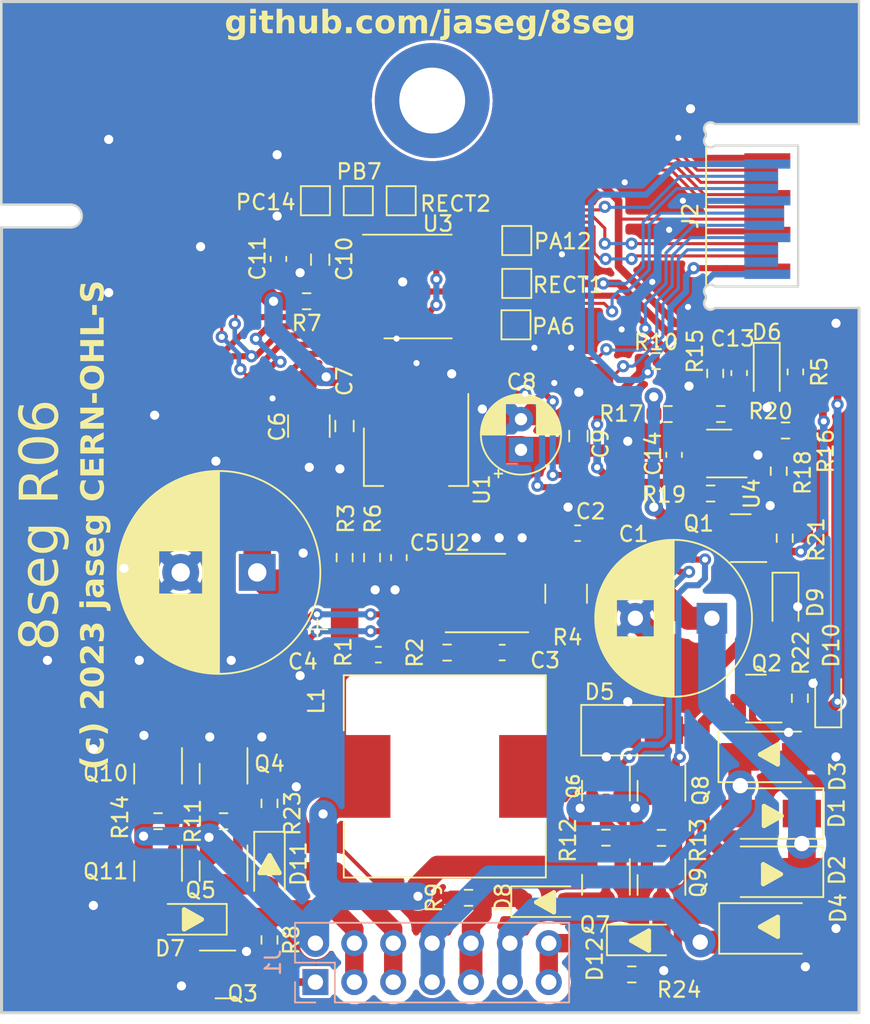
<source format=kicad_pcb>
(kicad_pcb (version 20230913) (generator pcbnew)

  (general
    (thickness 1.6)
  )

  (paper "A4")
  (layers
    (0 "F.Cu" signal)
    (31 "B.Cu" signal)
    (32 "B.Adhes" user "B.Adhesive")
    (33 "F.Adhes" user "F.Adhesive")
    (34 "B.Paste" user)
    (35 "F.Paste" user)
    (36 "B.SilkS" user "B.Silkscreen")
    (37 "F.SilkS" user "F.Silkscreen")
    (38 "B.Mask" user)
    (39 "F.Mask" user)
    (40 "Dwgs.User" user "User.Drawings")
    (41 "Cmts.User" user "User.Comments")
    (42 "Eco1.User" user "User.Eco1")
    (43 "Eco2.User" user "User.Eco2")
    (44 "Edge.Cuts" user)
    (45 "Margin" user)
    (46 "B.CrtYd" user "B.Courtyard")
    (47 "F.CrtYd" user "F.Courtyard")
    (48 "B.Fab" user)
    (49 "F.Fab" user)
  )

  (setup
    (stackup
      (layer "F.SilkS" (type "Top Silk Screen"))
      (layer "F.Paste" (type "Top Solder Paste"))
      (layer "F.Mask" (type "Top Solder Mask") (thickness 0.01))
      (layer "F.Cu" (type "copper") (thickness 0.035))
      (layer "dielectric 1" (type "core") (thickness 1.51) (material "FR4") (epsilon_r 4.5) (loss_tangent 0.02))
      (layer "B.Cu" (type "copper") (thickness 0.035))
      (layer "B.Mask" (type "Bottom Solder Mask") (thickness 0.01))
      (layer "B.Paste" (type "Bottom Solder Paste"))
      (layer "B.SilkS" (type "Bottom Silk Screen"))
      (copper_finish "None")
      (dielectric_constraints no)
    )
    (pad_to_mask_clearance 0)
    (pcbplotparams
      (layerselection 0x00010fc_ffffffff)
      (plot_on_all_layers_selection 0x0000000_00000000)
      (disableapertmacros false)
      (usegerberextensions false)
      (usegerberattributes false)
      (usegerberadvancedattributes false)
      (creategerberjobfile false)
      (dashed_line_dash_ratio 12.000000)
      (dashed_line_gap_ratio 3.000000)
      (svgprecision 6)
      (plotframeref false)
      (viasonmask false)
      (mode 1)
      (useauxorigin false)
      (hpglpennumber 1)
      (hpglpenspeed 20)
      (hpglpendiameter 15.000000)
      (pdf_front_fp_property_popups true)
      (pdf_back_fp_property_popups true)
      (dxfpolygonmode true)
      (dxfimperialunits true)
      (dxfusepcbnewfont true)
      (psnegative false)
      (psa4output false)
      (plotreference true)
      (plotvalue true)
      (plotfptext true)
      (plotinvisibletext false)
      (sketchpadsonfab false)
      (subtractmaskfromsilk false)
      (outputformat 1)
      (mirror false)
      (drillshape 0)
      (scaleselection 1)
      (outputdirectory "gerber")
    )
  )

  (net 0 "")
  (net 1 "+12V")
  (net 2 "GND")
  (net 3 "+3V3")
  (net 4 "Net-(Q4-D)")
  (net 5 "Net-(D5-K)")
  (net 6 "Net-(U2-FB)")
  (net 7 "/Vmeas_A")
  (net 8 "Net-(Q6-D)")
  (net 9 "/CH2")
  (net 10 "/CH3")
  (net 11 "/Q2")
  (net 12 "/Q0")
  (net 13 "/Q3")
  (net 14 "/Q1")
  (net 15 "/SWCLK")
  (net 16 "/SWDIO")
  (net 17 "/CH0")
  (net 18 "/LOAD")
  (net 19 "/CH1")
  (net 20 "+VSW")
  (net 21 "Net-(Q8-D)")
  (net 22 "/LED_K")
  (net 23 "Net-(Q10-D)")
  (net 24 "/C1")
  (net 25 "/ILIM")
  (net 26 "/DBG1")
  (net 27 "Net-(C3-Pad1)")
  (net 28 "/DBG2")
  (net 29 "/TX_POK")
  (net 30 "/TX_EN")
  (net 31 "/Vdiff")
  (net 32 "/RECT1")
  (net 33 "/RECT2")
  (net 34 "Net-(U2-BS)")
  (net 35 "/C2")
  (net 36 "Net-(U4-+)")
  (net 37 "Net-(U4--)")
  (net 38 "Net-(D7-A)")
  (net 39 "Net-(D8-A)")
  (net 40 "Net-(D11-A)")
  (net 41 "Net-(D12-A)")
  (net 42 "/NRST")
  (net 43 "Net-(U3-PA12{slash}PA10)")
  (net 44 "Net-(U3-PC14{slash}PB9)")
  (net 45 "unconnected-(J2-Pin_2-Pad2)")

  (footprint "Capacitor_SMD:C_1210_3225Metric_Pad1.33x2.70mm_HandSolder" (layer "F.Cu") (at 170.075 94.71 -90))

  (footprint "Capacitors_SMD:C_0603_HandSoldering" (layer "F.Cu") (at 172.4 94.71 -90))

  (footprint "Capacitors_SMD:C_0603_HandSoldering" (layer "F.Cu") (at 187.675 95.36 90))

  (footprint "Capacitors_SMD:C_0603_HandSoldering" (layer "F.Cu") (at 170.811641 83.85 -90))

  (footprint "Diode_SMD:D_SMA" (layer "F.Cu") (at 200.270651 123.8 180))

  (footprint "Resistor_SMD:R_0603_1608Metric_Pad1.05x0.95mm_HandSolder" (layer "F.Cu") (at 201.85 91.175 90))

  (footprint "Resistor_SMD:R_0603_1608Metric_Pad0.98x0.95mm_HandSolder" (layer "F.Cu") (at 169.925 86.563359 180))

  (footprint "Package_TO_SOT_SMD:SOT-223" (layer "F.Cu") (at 177.075 96.71 -90))

  (footprint "Capacitor_THT:CP_Radial_D5.0mm_P2.00mm" (layer "F.Cu") (at 183.925 96.26 90))

  (footprint "Capacitor_THT:CP_Radial_D13.0mm_P5.00mm" (layer "F.Cu") (at 166.7 104.260774 180))

  (footprint "Diode_SMD:D_SMA" (layer "F.Cu") (at 200.270651 120 180))

  (footprint "Diode_SMD:D_SMA" (layer "F.Cu") (at 200.220651 116.3))

  (footprint "Diode_SMD:D_SMA" (layer "F.Cu") (at 200.270651 127.5))

  (footprint "Diode_SMD:D_SMA" (layer "F.Cu") (at 191.255 114.56))

  (footprint "Capacitor_SMD:C_0603_1608Metric_Pad1.05x0.95mm_HandSolder" (layer "F.Cu") (at 175.95 103.292956 -90))

  (footprint "Resistor_SMD:R_0603_1608Metric_Pad0.98x0.95mm_HandSolder" (layer "F.Cu") (at 179.1 109.492956 180))

  (footprint "Resistor_SMD:R_0603_1608Metric_Pad0.98x0.95mm_HandSolder" (layer "F.Cu") (at 172.407044 103.292956 90))

  (footprint "Resistor_SMD:R_0603_1608Metric_Pad0.98x0.95mm_HandSolder" (layer "F.Cu") (at 174.2 103.292956 -90))

  (footprint "Resistor_SMD:R_0603_1608Metric_Pad1.05x0.95mm_HandSolder" (layer "F.Cu") (at 174.615 109.63))

  (footprint "Inductor_SMD:L_Neosid_SM-NE127_HandSoldering" (layer "F.Cu") (at 178.95 117.575))

  (footprint "Package_SO:SOIC-8-1EP_3.9x4.9mm_P1.27mm_EP2.29x3mm" (layer "F.Cu") (at 180.95 105.607044 180))

  (footprint "Capacitor_SMD:C_0603_1608Metric_Pad1.05x0.95mm_HandSolder" (layer "F.Cu") (at 187.625 101.7 180))

  (footprint "Capacitor_SMD:C_0603_1608Metric_Pad1.05x0.95mm_HandSolder" (layer "F.Cu") (at 182.7 109.492956))

  (footprint "Resistor_SMD:R_1210_3225Metric" (layer "F.Cu") (at 186.875 105.65 90))

  (footprint "Diode_SMD:D_SOD-323_HandSoldering" (layer "F.Cu") (at 199.975 91.175 -90))

  (footprint "Capacitor_THT:CP_Radial_D10.0mm_P5.00mm" (layer "F.Cu") (at 196.39556 107.254299 180))

  (footprint "Resistor_SMD:R_0603_1608Metric_Pad0.98x0.95mm_HandSolder" (layer "F.Cu") (at 189.475 121.575))

  (footprint "Resistor_SMD:R_0603_1608Metric_Pad0.98x0.95mm_HandSolder" (layer "F.Cu")
    (tstamp 00000000-0000-0000-0000-00005df3cb34)
    (at 193.1 121.585)
    (descr "Resistor SMD 0603 (1608 Metric), square (rectangular) end terminal, IPC_7351 nominal with elongated pad for handso
... [1445507 chars truncated]
</source>
